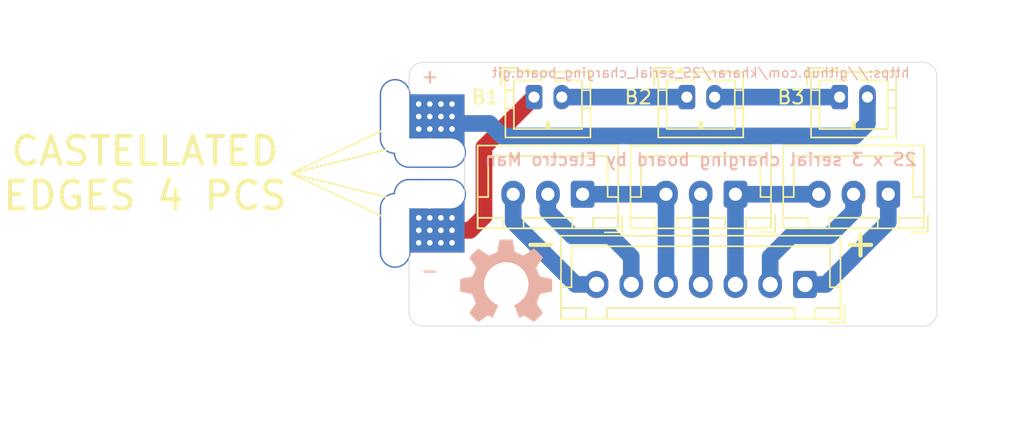
<source format=kicad_pcb>
(kicad_pcb (version 20211014) (generator pcbnew)
  (title_block (title "2S_serial_charging_board") (date "2020-09-06") (rev "1") (company "Electro Man"))
  (layers (0 "F.Cu" signal) (31 "B.Cu" signal) (34 "B.Paste" user) (35 "F.Paste" user) (36 "B.SilkS" user "B.Silkscreen") (37 "F.SilkS" user "F.Silkscreen") (38 "B.Mask" user) (39 "F.Mask" user) (44 "Edge.Cuts" user))
  (net 0 "")
  (net 1 "Net-(J1-Pad3)")
  (net 2 "Net-(J1-Pad2)")
  (net 3 "Net-(J1-Pad1)")
  (net 4 "Net-(J2-Pad3)")
  (net 5 "Net-(J2-Pad2)")
  (net 6 "Net-(J3-Pad3)")
  (net 7 "Net-(J3-Pad2)")
  (net 8 "Net-(J5-Pad2)")
  (net 9 "Net-(J5-Pad1)")
  (net 10 "Net-(J6-Pad2)")
  (net 11 "Net-(J7-Pad2)")
  (footprint "XT60F_edge:JST_XH_B3B-XH-A_1x03_P2.50mm_Vertical" (layer "F.Cu") (at 126.5 110.5 180)
    (fp_text reference "J1" hide)
    (fp_text value "JST-XH3")
    (fp_line (start 5.75 -1.7) (end 7.55 -1.7) (layer "F.SilkS") (width 0.12))
    (fp_line (start 5.75 -2.45) (end 5.75 -1.7) (layer "F.SilkS") (width 0.12))
    (fp_line (start 7.55 -1.7) (end 7.55 -2.45) (layer "F.SilkS") (width 0.12))
    (fp_line (start -1.6 -2.75) (end -2.85 -2.75) (layer "F.SilkS") (width 0.12))
    (fp_line (start 6.8 -0.2) (end 6.8 2.75) (layer "F.SilkS") (width 0.12))
    (fp_line (start -1.8 -0.2) (end -1.8 2.75) (layer "F.SilkS") (width 0.12))
    (fp_line (start -2.56 -2.46) (end -2.56 3.51) (layer "F.SilkS") (width 0.12))
    (fp_line (start -2.55 -0.2) (end -1.8 -0.2) (layer "F.SilkS") (width 0.12))
    (fp_line (start 0.75 -2.45) (end 0.75 -1.7) (layer "F.SilkS") (width 0.12))
    (fp_line (start -0.75 -1.7) (end -0.75 -2.45) (layer "F.SilkS") (width 0.12))
    (fp_line (start -0.75 -2.45) (end -2.55 -2.45) (layer "F.SilkS") (width 0.12))
    (fp_line (start 0.75 -1.7) (end 4.25 -1.7) (layer "F.SilkS") (width 0.12))
    (fp_line (start -2.55 -1.7) (end -0.75 -1.7) (layer "F.SilkS") (width 0.12))
    (fp_line (start 7.55 -2.45) (end 5.75 -2.45) (layer "F.SilkS") (width 0.12))
    (fp_line (start 6.8 2.75) (end 2.5 2.75) (layer "F.SilkS") (width 0.12))
    (fp_line (start -2.85 -2.75) (end -2.85 -1.5) (layer "F.SilkS") (width 0.12))
    (fp_line (start 7.56 -2.46) (end -2.56 -2.46) (layer "F.SilkS") (width 0.12))
    (fp_line (start 4.25 -2.45) (end 0.75 -2.45) (layer "F.SilkS") (width 0.12))
    (fp_line (start -2.55 -2.45) (end -2.55 -1.7) (layer "F.SilkS") (width 0.12))
    (fp_line (start -1.8 2.75) (end 2.5 2.75) (layer "F.SilkS") (width 0.12))
    (fp_line (start 7.56 3.51) (end 7.56 -2.46) (layer "F.SilkS") (width 0.12))
    (fp_line (start 7.55 -0.2) (end 6.8 -0.2) (layer "F.SilkS") (width 0.12))
    (fp_line (start -2.56 3.51) (end 7.56 3.51) (layer "F.SilkS") (width 0.12))
    (fp_line (start 4.25 -1.7) (end 4.25 -2.45) (layer "F.SilkS") (width 0.12))
    (pad "1" thru_hole roundrect locked (at 0 0 180) (size 1.7 1.95) (drill 0.95) (layers *.Cu *.Mask) (roundrect_rratio 0.147059) (net 3 "Net-(J1-Pad1)"))
    (pad "2" thru_hole oval locked (at 2.5 0 180) (size 1.7 1.95) (drill 0.95) (layers *.Cu *.Mask) (net 2 "Net-(J1-Pad2)"))
    (pad "3" thru_hole oval locked (at 5 0 180) (size 1.7 1.95) (drill 0.95) (layers *.Cu *.Mask) (net 1 "Net-(J1-Pad3)"))
  )
  (footprint "XT60F_edge:JST_XH_B3B-XH-A_1x03_P2.50mm_Vertical" (layer "F.Cu") (at 104.5 110.5 180)
    (fp_text reference "J3" hide)
    (fp_text value "JST-XH3")
    (fp_line (start 7.55 -0.2) (end 6.8 -0.2) (layer "F.SilkS") (width 0.12))
    (fp_line (start 7.55 -2.45) (end 5.75 -2.45) (layer "F.SilkS") (width 0.12))
    (fp_line (start 0.75 -2.45) (end 0.75 -1.7) (layer "F.SilkS") (width 0.12))
    (fp_line (start 7.56 3.51) (end 7.56 -2.46) (layer "F.SilkS") (width 0.12))
    (fp_line (start -0.75 -2.45) (end -2.55 -2.45) (layer "F.SilkS") (width 0.12))
    (fp_line (start 7.56 -2.46) (end -2.56 -2.46) (layer "F.SilkS") (width 0.12))
    (fp_line (start 6.8 2.75) (end 2.5 2.75) (layer "F.SilkS") (width 0.12))
    (fp_line (start -1.6 -2.75) (end -2.85 -2.75) (layer "F.SilkS") (width 0.12))
    (fp_line (start -2.85 -2.75) (end -2.85 -1.5) (layer "F.SilkS") (width 0.12))
    (fp_line (start 6.8 -0.2) (end 6.8 2.75) (layer "F.SilkS") (width 0.12))
    (fp_line (start -2.55 -2.45) (end -2.55 -1.7) (layer "F.SilkS") (width 0.12))
    (fp_line (start -1.8 -0.2) (end -1.8 2.75) (layer "F.SilkS") (width 0.12))
    (fp_line (start 5.75 -1.7) (end 7.55 -1.7) (layer "F.SilkS") (width 0.12))
    (fp_line (start -2.55 -0.2) (end -1.8 -0.2) (layer "F.SilkS") (width 0.12))
    (fp_line (start -2.56 -2.46) (end -2.56 3.51) (layer "F.SilkS") (width 0.12))
    (fp_line (start -2.55 -1.7) (end -0.75 -1.7) (layer "F.SilkS") (width 0.12))
    (fp_line (start -2.56 3.51) (end 7.56 3.51) (layer "F.SilkS") (width 0.12))
    (fp_line (start 5.75 -2.45) (end 5.75 -1.7) (layer "F.SilkS") (width 0.12))
    (fp_line (start 7.55 -1.7) (end 7.55 -2.45) (layer "F.SilkS") (width 0.12))
    (fp_line (start -0.75 -1.7) (end -0.75 -2.45) (layer "F.SilkS") (width 0.12))
    (fp_line (start -1.8 2.75) (end 2.5 2.75) (layer "F.SilkS") (width 0.12))
    (fp_line (start 4.25 -2.45) (end 0.75 -2.45) (layer "F.SilkS") (width 0.12))
    (fp_line (start 0.75 -1.7) (end 4.25 -1.7) (layer "F.SilkS") (width 0.12))
    (fp_line (start 4.25 -1.7) (end 4.25 -2.45) (layer "F.SilkS") (width 0.12))
    (pad "1" thru_hole roundrect locked (at 0 0 180) (size 1.7 1.95) (drill 0.95) (layers *.Cu *.Mask) (roundrect_rratio 0.147059) (net 4 "Net-(J2-Pad3)"))
    (pad "2" thru_hole oval locked (at 2.5 0 180) (size 1.7 1.95) (drill 0.95) (layers *.Cu *.Mask) (net 7 "Net-(J3-Pad2)"))
    (pad "3" thru_hole oval locked (at 5 0 180) (size 1.7 1.95) (drill 0.95) (layers *.Cu *.Mask) (net 6 "Net-(J3-Pad3)"))
  )
  (footprint "XT60F_edge:JST_XH_B7B-XH-A_1x07_P2.50mm_Vertical" (layer "F.Cu") (at 120.5 117 180)
    (fp_text reference "J4" hide)
    (fp_text value "JST-XH7")
    (fp_line (start 0.75 -1.7) (end 14.25 -1.7) (layer "F.SilkS") (width 0.12))
    (fp_line (start 14.25 -1.7) (end 14.25 -2.45) (layer "F.SilkS") (width 0.12))
    (fp_line (start -2.56 3.51) (end 17.56 3.51) (layer "F.SilkS") (width 0.12))
    (fp_line (start -1.6 -2.75) (end -2.85 -2.75) (layer "F.SilkS") (width 0.12))
    (fp_line (start 15.75 -1.7) (end 17.55 -1.7) (layer "F.SilkS") (width 0.12))
    (fp_line (start -2.85 -2.75) (end -2.85 -1.5) (layer "F.SilkS") (width 0.12))
    (fp_line (start -2.55 -2.45) (end -2.55 -1.7) (layer "F.SilkS") (width 0.12))
    (fp_line (start 15.75 -2.45) (end 15.75 -1.7) (layer "F.SilkS") (width 0.12))
    (fp_line (start 17.56 -2.46) (end -2.56 -2.46) (layer "F.SilkS") (width 0.12))
    (fp_line (start -1.8 -0.2) (end -1.8 2.75) (layer "F.SilkS") (width 0.12))
    (fp_line (start -0.75 -2.45) (end -2.55 -2.45) (layer "F.SilkS") (width 0.12))
    (fp_line (start -2.55 -0.2) (end -1.8 -0.2) (layer "F.SilkS") (width 0.12))
    (fp_line (start -2.55 -1.7) (end -0.75 -1.7) (layer "F.SilkS") (width 0.12))
    (fp_line (start 16.8 -0.2) (end 16.8 2.75) (layer "F.SilkS") (width 0.12))
    (fp_line (start 17.56 3.51) (end 17.56 -2.46) (layer "F.SilkS") (width 0.12))
    (fp_line (start -1.8 2.75) (end 7.5 2.75) (layer "F.SilkS") (width 0.12))
    (fp_line (start -0.75 -1.7) (end -0.75 -2.45) (layer "F.SilkS") (width 0.12))
    (fp_line (start 17.55 -1.7) (end 17.55 -2.45) (layer "F.SilkS") (width 0.12))
    (fp_line (start 16.8 2.75) (end 7.5 2.75) (layer "F.SilkS") (width 0.12))
    (fp_line (start 17.55 -0.2) (end 16.8 -0.2) (layer "F.SilkS") (width 0.12))
    (fp_line (start 0.75 -2.45) (end 0.75 -1.7) (layer "F.SilkS") (width 0.12))
    (fp_line (start -2.56 -2.46) (end -2.56 3.51) (layer "F.SilkS") (width 0.12))
    (fp_line (start 17.55 -2.45) (end 15.75 -2.45) (layer "F.SilkS") (width 0.12))
    (fp_line (start 14.25 -2.45) (end 0.75 -2.45) (layer "F.SilkS") (width 0.12))
    (pad "1" thru_hole roundrect locked (at 0 0 180) (size 1.7 1.95) (drill 1.1) (layers *.Cu *.Mask) (roundrect_rratio 0.147) (net 3 "Net-(J1-Pad1)"))
    (pad "2" thru_hole oval locked (at 2.5 0 180) (size 1.7 1.95) (drill 1.1) (layers *.Cu *.Mask) (net 2 "Net-(J1-Pad2)"))
    (pad "3" thru_hole oval locked (at 5 0 180) (size 1.7 1.95) (drill 1.1) (layers *.Cu *.Mask) (net 1 "Net-(J1-Pad3)"))
    (pad "4" thru_hole oval locked (at 7.5 0 180) (size 1.7 1.95) (drill 1.1) (layers *.Cu *.Mask) (net 5 "Net-(J2-Pad2)"))
    (pad "5" thru_hole oval locked (at 10 0 180) (size 1.7 1.95) (drill 1.1) (layers *.Cu *.Mask) (net 4 "Net-(J2-Pad3)"))
    (pad "6" thru_hole oval locked (at 12.5 0 180) (size 1.7 1.95) (drill 1.1) (layers *.Cu *.Mask) (net 7 "Net-(J3-Pad2)"))
    (pad "7" thru_hole oval locked (at 15 0 180) (size 1.7 1.95) (drill 1.1) (layers *.Cu *.Mask) (net 6 "Net-(J3-Pad3)"))
  )
  (footprint "XT60F_edge:JST_PH_B2B-PH-K_1x02_P2.00mm_Vertical" (layer "F.Cu") (at 101 103.5)
    (fp_text reference "J5" hide)
    (fp_text value "JST-PH2")
    (fp_line (start 4.06 -1.81) (end -2.06 -1.81) (layer "F.SilkS") (width 0.12))
    (fp_line (start 0.5 -1.2) (end -1.45 -1.2) (layer "F.SilkS") (width 0.12))
    (fp_line (start -0.6 -2.01) (end -0.6 -1.81) (layer "F.SilkS") (width 0.12))
    (fp_line (start 0.9 2.3) (end 0.9 1.8) (layer "F.SilkS") (width 0.12))
    (fp_line (start -2.36 -2.11) (end -2.36 -0.86) (layer "F.SilkS") (width 0.12))
    (fp_line (start -1.45 2.3) (end 3.45 2.3) (layer "F.SilkS") (width 0.12))
    (fp_line (start -1.11 -2.11) (end -2.36 -2.11) (layer "F.SilkS") (width 0.12))
    (fp_line (start 4.06 -0.5) (end 3.45 -0.5) (layer "F.SilkS") (width 0.12))
    (fp_line (start -0.3 -1.81) (end -0.3 -2.01) (layer "F.SilkS") (width 0.12))
    (fp_line (start 1.1 1.8) (end 1.1 2.3) (layer "F.SilkS") (width 0.12))
    (fp_line (start 0.9 1.8) (end 1.1 1.8) (layer "F.SilkS") (width 0.12))
    (fp_line (start -2.06 0.8) (end -1.45 0.8) (layer "F.SilkS") (width 0.12))
    (fp_line (start -0.3 -1.91) (end -0.6 -1.91) (layer "F.SilkS") (width 0.12))
    (fp_line (start 3.45 2.3) (end 3.45 -1.2) (layer "F.SilkS") (width 0.12))
    (fp_line (start -0.3 -2.01) (end -0.6 -2.01) (layer "F.SilkS") (width 0.12))
    (fp_line (start 1.5 -1.2) (end 1.5 -1.81) (layer "F.SilkS") (width 0.12))
    (fp_line (start 3.45 -1.2) (end 1.5 -1.2) (layer "F.SilkS") (width 0.12))
    (fp_line (start -2.06 2.91) (end 4.06 2.91) (layer "F.SilkS") (width 0.12))
    (fp_line (start 4.06 0.8) (end 3.45 0.8) (layer "F.SilkS") (width 0.12))
    (fp_line (start 1 2.3) (end 1 1.8) (layer "F.SilkS") (width 0.12))
    (fp_line (start 0.5 -1.81) (end 0.5 -1.2) (layer "F.SilkS") (width 0.12))
    (fp_line (start -2.06 -0.5) (end -1.45 -0.5) (layer "F.SilkS") (width 0.12))
    (fp_line (start -1.45 -1.2) (end -1.45 2.3) (layer "F.SilkS") (width 0.12))
    (fp_line (start 4.06 2.91) (end 4.06 -1.81) (layer "F.SilkS") (width 0.12))
    (fp_line (start -2.06 -1.81) (end -2.06 2.91) (layer "F.SilkS") (width 0.12))
    (pad "1" thru_hole roundrect locked (at 0 0) (size 1.2 1.75) (drill 0.8) (layers *.Cu *.Mask) (roundrect_rratio 0.208) (net 9 "Net-(J5-Pad1)"))
    (pad "2" thru_hole oval locked (at 2 0) (size 1.2 1.75) (drill 0.8) (layers *.Cu *.Mask) (net 8 "Net-(J5-Pad2)"))
  )
  (footprint "XT60F_edge:JST_PH_B2B-PH-K_1x02_P2.00mm_Vertical" (layer "F.Cu") (at 112 103.5)
    (fp_text reference "J6" hide)
    (fp_text value "JST-PH2")
    (fp_line (start -0.3 -1.91) (end -0.6 -1.91) (layer "F.SilkS") (width 0.12))
    (fp_line (start 4.06 -0.5) (end 3.45 -0.5) (layer "F.SilkS") (width 0.12))
    (fp_line (start -1.45 -1.2) (end -1.45 2.3) (layer "F.SilkS") (width 0.12))
    (fp_line (start 4.06 2.91) (end 4.06 -1.81) (layer "F.SilkS") (width 0.12))
    (fp_line (start 1.5 -1.2) (end 1.5 -1.81) (layer "F.SilkS") (width 0.12))
    (fp_line (start -2.06 2.91) (end 4.06 2.91) (layer "F.SilkS") (width 0.12))
    (fp_line (start -1.45 2.3) (end 3.45 2.3) (layer "F.SilkS") (width 0.12))
    (fp_line (start 3.45 2.3) (end 3.45 -1.2) (layer "F.SilkS") (width 0.12))
    (fp_line (start -2.06 -1.81) (end -2.06 2.91) (layer "F.SilkS") (width 0.12))
    (fp_line (start 0.9 2.3) (end 0.9 1.8) (layer "F.SilkS") (width 0.12))
    (fp_line (start 4.06 0.8) (end 3.45 0.8) (layer "F.SilkS") (width 0.12))
    (fp_line (start -2.36 -2.11) (end -2.36 -0.86) (layer "F.SilkS") (width 0.12))
    (fp_line (start 0.5 -1.2) (end -1.45 -1.2) (layer "F.SilkS") (width 0.12))
    (fp_line (start 3.45 -1.2) (end 1.5 -1.2) (layer "F.SilkS") (width 0.12))
    (fp_line (start -2.06 -0.5) (end -1.45 -0.5) (layer "F.SilkS") (width 0.12))
    (fp_line (start 0.5 -1.81) (end 0.5 -1.2) (layer "F.SilkS") (width 0.12))
    (fp_line (start -1.11 -2.11) (end -2.36 -2.11) (layer "F.SilkS") (width 0.12))
    (fp_line (start 1 2.3) (end 1 1.8) (layer "F.SilkS") (width 0.12))
    (fp_line (start 1.1 1.8) (end 1.1 2.3) (layer "F.SilkS") (width 0.12))
    (fp_line (start -2.06 0.8) (end -1.45 0.8) (layer "F.SilkS") (width 0.12))
    (fp_line (start 4.06 -1.81) (end -2.06 -1.81) (layer "F.SilkS") (width 0.12))
    (fp_line (start -0.3 -1.81) (end -0.3 -2.01) (layer "F.SilkS") (width 0.12))
    (fp_line (start 0.9 1.8) (end 1.1 1.8) (layer "F.SilkS") (width 0.12))
    (fp_line (start -0.6 -2.01) (end -0.6 -1.81) (layer "F.SilkS") (width 0.12))
    (fp_line (start -0.3 -2.01) (end -0.6 -2.01) (layer "F.SilkS") (width 0.12))
    (pad "1" thru_hole roundrect locked (at 0 0) (size 1.2 1.75) (drill 0.8) (layers *.Cu *.Mask) (roundrect_rratio 0.208) (net 8 "Net-(J5-Pad2)"))
    (pad "2" thru_hole oval locked (at 2 0) (size 1.2 1.75) (drill 0.8) (layers *.Cu *.Mask) (net 10 "Net-(J6-Pad2)"))
  )
  (footprint "XT60F_edge:JST_PH_B2B-PH-K_1x02_P2.00mm_Vertical" (layer "F.Cu") (at 123 103.5)
    (fp_text reference "J7" hide)
    (fp_text value "JST-PH2")
    (fp_line (start -0.6 -2.01) (end -0.6 -1.81) (layer "F.SilkS") (width 0.12))
    (fp_line (start -0.3 -2.01) (end -0.6 -2.01) (layer "F.SilkS") (width 0.12))
    (fp_line (start -2.36 -2.11) (end -2.36 -0.86) (layer "F.SilkS") (width 0.12))
    (fp_line (start 4.06 2.91) (end 4.06 -1.81) (layer "F.SilkS") (width 0.12))
    (fp_line (start -1.45 -1.2) (end -1.45 2.3) (layer "F.SilkS") (width 0.12))
    (fp_line (start -2.06 -1.81) (end -2.06 2.91) (layer "F.SilkS") (width 0.12))
    (fp_line (start -1.11 -2.11) (end -2.36 -2.11) (layer "F.SilkS") (width 0.12))
    (fp_line (start -2.06 0.8) (end -1.45 0.8) (layer "F.SilkS") (width 0.12))
    (fp_line (start 0.9 2.3) (end 0.9 1.8) (layer "F.SilkS") (width 0.12))
    (fp_line (start 3.45 -1.2) (end 1.5 -1.2) (layer "F.SilkS") (width 0.12))
    (fp_line (start 1 2.3) (end 1 1.8) (layer "F.SilkS") (width 0.12))
    (fp_line (start 4.06 0.8) (end 3.45 0.8) (layer "F.SilkS") (width 0.12))
    (fp_line (start -1.45 2.3) (end 3.45 2.3) (layer "F.SilkS") (width 0.12))
    (fp_line (start 1.1 1.8) (end 1.1 2.3) (layer "F.SilkS") (width 0.12))
    (fp_line (start -2.06 -0.5) (end -1.45 -0.5) (layer "F.SilkS") (width 0.12))
    (fp_line (start 3.45 2.3) (end 3.45 -1.2) (layer "F.SilkS") (width 0.12))
    (fp_line (start -2.06 2.91) (end 4.06 2.91) (layer "F.SilkS") (width 0.12))
    (fp_line (start 1.5 -1.2) (end 1.5 -1.81) (layer "F.SilkS") (width 0.12))
    (fp_line (start 4.06 -0.5) (end 3.45 -0.5) (layer "F.SilkS") (width 0.12))
    (fp_line (start -0.3 -1.81) (end -0.3 -2.01) (layer "F.SilkS") (width 0.12))
    (fp_line (start 0.5 -1.2) (end -1.45 -1.2) (layer "F.SilkS") (width 0.12))
    (fp_line (start 0.5 -1.81) (end 0.5 -1.2) (layer "F.SilkS") (width 0.12))
    (fp_line (start 4.06 -1.81) (end -2.06 -1.81) (layer "F.SilkS") (width 0.12))
    (fp_line (start 0.9 1.8) (end 1.1 1.8) (layer "F.SilkS") (width 0.12))
    (fp_line (start -0.3 -1.91) (end -0.6 -1.91) (layer "F.SilkS") (width 0.12))
    (pad "1" thru_hole roundrect locked (at 0 0) (size 1.2 1.75) (drill 0.8) (layers *.Cu *.Mask) (roundrect_rratio 0.208) (net 10 "Net-(J6-Pad2)"))
    (pad "2" thru_hole oval locked (at 2 0) (size 1.2 1.75) (drill 0.8) (layers *.Cu *.Mask) (net 11 "Net-(J7-Pad2)"))
  )
  (footprint "XT60F_edge:XT60F_edge" (layer "F.Cu") (at 92 109 -90)
    (fp_text reference "J8" hide)
    (fp_text value "Wired XT60" hide)
    (fp_line (start 2.5 0) (end 2.5 -3) (layer "Edge.Cuts") (width 0.05))
    (fp_line (start -1.5 -4) (end 1.5 -4) (layer "Edge.Cuts") (width 0.05))
    (fp_line (start -2.5 0) (end -7 0) (layer "Edge.Cuts") (width 0.05))
    (fp_line (start 2.5 0) (end 7 0) (layer "Edge.Cuts") (width 0.05))
    (fp_line (start -2.5 0) (end -2.5 -3) (layer "Edge.Cuts") (width 0.05))
    (fp_arc (start -2.5 -3) (mid -2.207107 -3.707107) (end -1.5 -4) (layer "Edge.Cuts") (width 0.05))
    (fp_arc (start 1.5 -4) (mid 2.207107 -3.707107) (end 2.5 -3) (layer "Edge.Cuts") (width 0.05))
    (pad "1" thru_hole oval locked (at -1.5 -1.5 270) (size 2.2 5.2) (drill oval 2 5) (layers *.Cu *.Mask) (net 11 "Net-(J7-Pad2)"))
    (pad "1" connect rect locked (at -3.6 -2 270) (size 4.2 4) (layers *.Mask "B.Cu") (net 11 "Net-(J7-Pad2)"))
    (pad "1" thru_hole circle locked (at -4.1 -3.1 270) (size 0.6 0.6) (drill 0.4) (layers *.Cu *.Mask) (net 11 "Net-(J7-Pad2)"))
    (pad "1" thru_hole circle locked (at -4.1 -2.3 270) (size 0.6 0.6) (drill 0.4) (layers *.Cu *.Mask) (net 11 "Net-(J7-Pad2)"))
    (pad "1" thru_hole circle locked (at -5 -0.7 270) (size 0.6 0.6) (drill 0.4) (layers *.Cu *.Mask) (net 11 "Net-(J7-Pad2)"))
    (pad "1" thru_hole circle locked (at -5 -1.5 270) (size 0.6 0.6) (drill 0.4) (layers *.Cu *.Mask) (net 11 "Net-(J7-Pad2)"))
    (pad "1" thru_hole circle locked (at -3.2 -1.5 270) (size 0.6 0.6) (drill 0.4) (layers *.Cu *.Mask) (net 11 "Net-(J7-Pad2)"))
    (pad "1" thru_hole circle locked (at -3.2 -3.1 270) (size 0.6 0.6) (drill 0.4) (layers *.Cu *.Mask) (net 11 "Net-(J7-Pad2)"))
    (pad "1" thru_hole circle locked (at -5 -2.3 270) (size 0.6 0.6) (drill 0.4) (layers *.Cu *.Mask) (net 11 "Net-(J7-Pad2)"))
    (pad "1" thru_hole circle locked (at -5 -3.1 270) (size 0.6 0.6) (drill 0.4) (layers *.Cu *.Mask) (net 11 "Net-(J7-Pad2)"))
    (pad "1" thru_hole oval locked (at -4.1 1 270) (size 5.4 2.2) (drill oval 5.2 2) (layers *.Cu *.Mask) (net 11 "Net-(J7-Pad2)"))
    (pad "1" connect rect locked (at -3.6 -2 270) (size 4.2 4) (layers "F.Cu" "F.Mask") (net 11 "Net-(J7-Pad2)"))
    (pad "1" thru_hole circle locked (at -3.2 -0.7 270) (size 0.6 0.6) (drill 0.4) (layers *.Cu *.Mask) (net 11 "Net-(J7-Pad2)"))
    (pad "1" thru_hole circle locked (at -4.1 -1.5 270) (size 0.6 0.6) (drill 0.4) (layers *.Cu *.Mask) (net 11 "Net-(J7-Pad2)"))
    (pad "1" thru_hole circle locked (at -3.2 -2.3 270) (size 0.6 0.6) (drill 0.4) (layers *.Cu *.Mask) (net 11 "Net-(J7-Pad2)"))
    (pad "1" thru_hole circle locked (at -4.1 -0.7 270) (size 0.6 0.6) (drill 0.4) (layers *.Cu *.Mask) (net 11 "Net-(J7-Pad2)"))
    (pad "2" thru_hole circle locked (at 3.2 -3.1 270) (size 0.6 0.6) (drill 0.4) (layers *.Cu *.Mask) (net 9 "Net-(J5-Pad1)"))
    (pad "2" thru_hole circle locked (at 4.1 -2.3 270) (size 0.6 0.6) (drill 0.4) (layers *.Cu *.Mask) (net 9 "Net-(J5-Pad1)"))
    (pad "2" connect rect locked (at 3.6 -2 270) (size 4.2 4) (layers *.Mask "B.Cu") (net 9 "Net-(J5-Pad1)"))
    (pad "2" thru_hole circle locked (at 4.1 -3.1 270) (size 0.6 0.6) (drill 0.4) (layers *.Cu *.Mask) (net 9 "Net-(J5-Pad1)"))
    (pad "2" thru_hole circle locked (at 4.1 -0.7 270) (size 0.6 0.6) (drill 0.4) (layers *.Cu *.Mask) (net 9 "Net-(J5-Pad1)"))
    (pad "2" thru_hole circle locked (at 5 -2.3 270) (size 0.6 0.6) (drill 0.4) (layers *.Cu *.Mask) (net 9 "Net-(J5-Pad1)"))
    (pad "2" thru_hole circle locked (at 3.2 -0.7 270) (size 0.6 0.6) (drill 0.4) (layers *.Cu *.Mask) (net 9 "Net-(J5-Pad1)"))
    (pad "2" thru_hole circle locked (at 4.1 -1.5 270) (size 0.6 0.6) (drill 0.4) (layers *.Cu *.Mask) (net 9 "Net-(J5-Pad1)"))
    (pad "2" thru_hole circle locked (at 5 -0.7 270) (size 0.6 0.6) (drill 0.4) (layers *.Cu *.Mask) (net 9 "Net-(J5-Pad1)"))
    (pad "2" thru_hole circle locked (at 3.2 -2.3 270) (size 0.6 0.6) (drill 0.4) (layers *.Cu *.Mask) (net 9 "Net-(J5-Pad1)"))
    (pad "2" thru_hole circle locked (at 5 -1.5 270) (size 0.6 0.6) (drill 0.4) (layers *.Cu *.Mask) (net 9 "Net-(J5-Pad1)"))
    (pad "2" thru_hole oval locked (at 4.1 1 270) (size 5.4 2.2) (drill oval 5.2 2) (layers *.Cu *.Mask) (net 9 "Net-(J5-Pad1)"))
    (pad "2" connect rect locked (at 3.6 -2 270) (size 4.2 4) (layers "F.Cu" "F.Mask") (net 9 "Net-(J5-Pad1)"))
    (pad "2" thru_hole circle locked (at 3.2 -1.5 270) (size 0.6 0.6) (drill 0.4) (layers *.Cu *.Mask) (net 9 "Net-(J5-Pad1)"))
    (pad "2" thru_hole oval locked (at 1.5 -1.5 270) (size 2.2 5.2) (drill oval 2 5) (layers *.Cu *.Mask) (net 9 "Net-(J5-Pad1)"))
    (pad "2" thru_hole circle locked (at 5 -3.1 270) (size 0.6 0.6) (drill 0.4) (layers *.Cu *.Mask) (net 9 "Net-(J5-Pad1)"))
  )
  (footprint "XT60F_edge:JST_XH_B3B-XH-A_1x03_P2.50mm_Vertical" (layer "F.Cu") (at 115.5 110.5 180)
    (fp_text reference "J2" hide)
    (fp_text value "JST-XH3")
    (fp_line (start 4.25 -2.45) (end 0.75 -2.45) (layer "F.SilkS") (width 0.12))
    (fp_line (start 7.55 -2.45) (end 5.75 -2.45) (layer "F.SilkS") (width 0.12))
    (fp_line (start -2.55 -0.2) (end -1.8 -0.2) (layer "F.SilkS") (width 0.12))
    (fp_line (start -2.85 -2.75) (end -2.85 -1.5) (layer "F.SilkS") (width 0.12))
    (fp_line (start -1.8 2.75) (end 2.5 2.75) (layer "F.SilkS") (width 0.12))
    (fp_line (start 7.56 3.51) (end 7.56 -2.46) (layer "F.SilkS") (width 0.12))
    (fp_line (start -0.75 -2.45) (end -2.55 -2.45) (layer "F.SilkS") (width 0.12))
    (fp_line (start 0.75 -2.45) (end 0.75 -1.7) (layer "F.SilkS") (width 0.12))
    (fp_line (start 4.25 -1.7) (end 4.25 -2.45) (layer "F.SilkS") (width 0.12))
    (fp_line (start 6.8 -0.2) (end 6.8 2.75) (layer "F.SilkS") (width 0.12))
    (fp_line (start 5.75 -2.45) (end 5.75 -1.7) (layer "F.SilkS") (width 0.12))
    (fp_line (start -2.55 -1.7) (end -0.75 -1.7) (layer "F.SilkS") (width 0.12))
    (fp_line (start -0.75 -1.7) (end -0.75 -2.45) (layer "F.SilkS") (width 0.12))
    (fp_line (start 6.8 2.75) (end 2.5 2.75) (layer "F.SilkS") (width 0.12))
    (fp_line (start 7.55 -0.2) (end 6.8 -0.2) (layer "F.SilkS") (width 0.12))
    (fp_line (start -2.56 3.51) (end 7.56 3.51) (layer "F.SilkS") (width 0.12))
    (fp_line (start 7.56 -2.46) (end -2.56 -2.46) (layer "F.SilkS") (width 0.12))
    (fp_line (start -1.6 -2.75) (end -2.85 -2.75) (layer "F.SilkS") (width 0.12))
    (fp_line (start -2.56 -2.46) (end -2.56 3.51) (layer "F.SilkS") (width 0.12))
    (fp_line (start 0.75 -1.7) (end 4.25 -1.7) (layer "F.SilkS") (width 0.12))
    (fp_line (start 7.55 -1.7) (end 7.55 -2.45) (layer "F.SilkS") (width 0.12))
    (fp_line (start -2.55 -2.45) (end -2.55 -1.7) (layer "F.SilkS") (width 0.12))
    (fp_line (start 5.75 -1.7) (end 7.55 -1.7) (layer "F.SilkS") (width 0.12))
    (fp_line (start -1.8 -0.2) (end -1.8 2.75) (layer "F.SilkS") (width 0.12))
    (pad "1" thru_hole roundrect locked (at 0 0 180) (size 1.7 1.95) (drill 0.95) (layers *.Cu *.Mask) (roundrect_rratio 0.147059) (net 1 "Net-(J1-Pad3)"))
    (pad "2" thru_hole oval locked (at 2.5 0 180) (size 1.7 1.95) (drill 0.95) (layers *.Cu *.Mask) (net 5 "Net-(J2-Pad2)"))
    (pad "3" thru_hole oval locked (at 5 0 180) (size 1.7 1.95) (drill 0.95) (layers *.Cu *.Mask) (net 4 "Net-(J2-Pad3)"))
  )
  (footprint "MountingHole:MountingHole_3.2mm_M3" (layer "F.Cu") (at 127 117)
    (fp_text reference "H2" hide)
    (fp_text value "MountingHole")
    (pad "" np_thru_hole circle locked (at 0 0) (size 3.2 3.2) (drill 3.2) (layers *.Cu *.Mask))
  )
  (footprint "MountingHole:MountingHole_3.2mm_M3" (layer "F.Cu") (at 99 117)
    (fp_text reference "H1" hide)
    (fp_text value "MountingHole")
    (pad "" np_thru_hole circle locked (at 0 0) (size 3.2 3.2) (drill 3.2) (layers *.Cu *.Mask))
  )
  (footprint "Symbol:OSHW-Symbol_6.7x6mm_SilkScreen" (layer "B.Cu") (at 99 116.75 180)
    (fp_text reference "REF**" hide)
    (fp_text value "OSHW-Symbol_6.7x6mm_SilkScreen" hide)
    (fp_poly (pts (xy 0.555814 2.531069) (xy 0.639635 2.086445) (xy 0.94892 1.958947) (xy 1.258206 1.831449) (xy 1.629246 2.083754) (xy 1.733157 2.154004) (xy 1.827087 2.216728) (xy 1.906652 2.269062) (xy 1.96747 2.308143) (xy 2.005157 2.331107) (xy 2.015421 2.336058) (xy 2.03391 2.323324) (xy 2.07342 2.288118) (xy 2.129522 2.234938) (xy 2.197787 2.168282) (xy 2.273786 2.092646) (xy 2.353092 2.012528) (xy 2.431275 1.932426) (xy 2.503907 1.856836) (xy 2.566559 1.790255) (xy 2.614803 1.737182) (xy 2.64421 1.702113) (xy 2.651241 1.690377) (xy 2.641123 1.66874) (xy 2.612759 1.621338) (xy 2.569129 1.552807) (xy 2.513218 1.467785) (xy 2.448006 1.370907) (xy 2.410219 1.31565) (xy 2.341343 1.214752) (xy 2.28014 1.123701) (xy 2.229578 1.04703) (xy 2.192628 0.989272) (xy 2.172258 0.954957) (xy 2.169197 0.947746) (xy 2.176136 0.927252) (xy 2.195051 0.879487) (xy 2.223087 0.811168) (xy 2.257391 0.729011) (xy 2.295109 0.63973) (xy 2.333387 0.550042) (xy 2.36937 0.466662) (xy 2.400206 0.396306) (xy 2.423039 0.34569) (xy 2.435017 0.321529) (xy 2.435724 0.320578) (xy 2.454531 0.315964) (xy 2.504618 0.305672) (xy 2.580793 0.290713) (xy 2.677865 0.272099) (xy 2.790643 0.250841) (xy 2.856442 0.238582) (xy 2.97695 0.215638) (xy 3.085797 0.193805) (xy 3.177476 0.174278) (xy 3.246481 0.158252) (xy 3.287304 0.146921) (xy 3.295511 0.143326) (xy 3.303548 0.118994) (xy 3.310033 0.064041) (xy 3.31497 -0.015108) (xy 3.318364 -0.112026) (xy 3.320218 -0.220287) (xy 3.320538 -0.333465) (xy 3.319327 -0.445135) (xy 3.31659 -0.548868) (xy 3.312331 -0.638241) (xy 3.306555 -0.706826) (xy 3.299267 -0.748197) (xy 3.294895 -0.75681) (xy 3.268764 -0.767133) (xy 3.213393 -0.781892) (xy 3.136107 -0.799352) (xy 3.04423 -0.81778) (xy 3.012158 -0.823741) (xy 2.857524 -0.852066) (xy 2.735375 -0.874876) (xy 2.641673 -0.89308) (xy 2.572384 -0.907583) (xy 2.523471 -0.919292) (xy 2.490897 -0.929115) (xy 2.470628 -0.937956) (xy 2.458626 -0.946724) (xy 2.456947 -0.948457) (xy 2.440184 -0.976371) (xy 2.414614 -1.030695) (xy 2.382788 -1.104777) (xy 2.34726 -1.191965) (xy 2.310583 -1.285608) (xy 2.275311 -1.379052) (xy 2.243996 -1.465647) (xy 2.219193 -1.53874) (xy 2.203454 -1.591678) (xy 2.199332 -1.617811) (xy 2.199676 -1.618726) (xy 2.213641 -1.640086) (xy 2.245322 -1.687084) (xy 2.291391 -1.754827) (xy 2.348518 -1.838423) (xy 2.413373 -1.932982) (xy 2.431843 -1.959854) (xy 2.497699 -2.057275) (xy 2.55565 -2.146163) (xy 2.602538 -2.221412) (xy 2.635207 -2.27792) (xy 2.6505 -2.310581) (xy 2.651241 -2.314593) (xy 2.638392 -2.335684) (xy 2.602888 -2.377464) (xy 2.549293 -2.435445) (xy 2.482171 -2.505135) (xy 2.406087 -2.582045) (xy 2.325604 -2.661683) (xy 2.245287 -2.739561) (xy 2.169699 -2.811186) (xy 2.103405 -2.87207) (xy 2.050969 -2.917721) (xy 2.016955 -2.94365) (xy 2.007545 -2.947883) (xy 1.985643 -2.937912) (xy 1.9408 -2.91102) (xy 1.880321 -2.871736) (xy 1.833789 -2.840117) (xy 1.749475 -2.782098) (xy 1.649626 -2.713784) (xy 1.549473 -2.645579) (xy 1.495627 -2.609075) (xy 1.313371 -2.4858) (xy 1.160381 -2.56852) (xy 1.090682 -2.604759) (xy 1.031414 -2.632926) (xy 0.991311 -2.648991) (xy 0.981103 -2.651226) (xy 0.968829 -2.634722) (xy 0.944613 -2.588082) (xy 0.910263 -2.515609) (xy 0.867588 -2.421606) (xy 0.818394 -2.310374) (xy 0.76449 -2.186215) (xy 0.707684 -2.053432) (xy 0.649782 -1.916327) (xy 0.592593 -1.779202) (xy 0.537924 -1.646358) (xy 0.487584 -1.522098) (xy 0.44338 -1.410725) (xy 0.407119 -1.316539) (xy 0.380609 -1.243844) (xy 0.365658 -1.196941) (xy 0.363254 -1.180833) (xy 0.382311 -1.160286) (xy 0.424036 -1.126933) (xy 0.479706 -1.087702) (xy 0.484378 -1.084599) (xy 0.628264 -0.969423) (xy 0.744283 -0.835053) (xy 0.83143 -0.685784) (xy 0.888699 -0.525913) (xy 0.915086 -0.359737) (xy 0.909585 -0.191552) (xy 0.87119 -0.025655) (xy 0.798895 0.133658) (xy 0.777626 0.168513) (xy 0.666996 0.309263) (xy 0.536302 0.422286) (xy 0.390064 0.506997) (xy 0.232808 0.562806) (xy 0.069057 0.589126) (xy -0.096667 0.58537) (xy -0.259838 0.55095) (xy -0.415935 0.485277) (xy -0.560433 0.387765) (xy -0.605131 0.348187) (xy -0.718888 0.224297) (xy -0.801782 0.093876) (xy -0.858644 -0.052315) (xy -0.890313 -0.197088) (xy -0.898131 -0.35986) (xy -0.872062 -0.52344) (xy -0.814755 -0.682298) (xy -0.728856 -0.830906) (xy -0.617014 -0.963735) (xy -0.481877 -1.075256) (xy -0.464117 -1.087011) (xy -0.40785 -1.125508) (xy -0.365077 -1.158863) (xy -0.344628 -1.18016) (xy -0.344331 -1.180833) (xy -0.348721 -1.203871) (xy -0.366124 -1.256157) (xy -0.394732 -1.33339) (xy -0.432735 -1.431268) (xy -0.478326 -1.545491) (xy -0.529697 -1.671758) (xy -0.585038 -1.805767) (xy -0.642542 -1.943218) (xy -0.700399 -2.079808) (xy -0.756802 -2.211237) (xy -0.809942 -2.333205) (xy -0.85801 -2.441409) (xy -0.899199 -2.531549) (xy -0.931699 -2.599323) (xy -0.953703 -2.64043) (xy -0.962564 -2.651226) (xy -0.98964 -2.642819) (xy -1.040303 -2.620272) (xy -1.105817 -2.587613) (xy -1.141841 -2.56852) (xy -1.294832 -2.4858) (xy -1.477088 -2.609075) (xy -1.570125 -2.672228) (xy -1.671985 -2.741727) (xy -1.767438 -2.807165) (xy -1.81525 -2.840117) (xy -1.882495 -2.885273) (xy -1.939436 -2.921057) (xy -1.978646 -2.942938) (xy -1.991381 -2.947563) (xy -2.009917 -2.935085) (xy -2.050941 -2.900252) (xy -2.110475 -2.846678) (xy -2.184542 -2.777983) (xy -2.269165 -2.697781) (xy -2.322685 -2.646286) (xy -2.416319 -2.554286) (xy -2.497241 -2.471999) (xy -2.562177 -2.402945) (xy -2.607858 -2.350644) (xy -2.631011 -2.318616) (xy -2.633232 -2.312116) (xy -2.622924 -2.287394) (xy -2.594439 -2.237405) (xy -2.550937 -2.167212) (xy -2.495577 -2.081875) (xy -2.43152 -1.986456) (xy -2.413303 -1.959854) (xy -2.346927 -1.863167) (xy -2.287378 -1.776117) (xy -2.237984 -1.703595) (xy -2.202075 -1.650493) (xy -2.182981 -1.621703) (xy -2.181136 -1.618726) (xy -2.183895 -1.595782) (xy -2.198538 -1.545336) (xy -2.222513 -1.474041) (xy -2.253266 -1.388547) (xy -2.288244 -1.295507) (xy -2.324893 -1.201574) (xy -2.360661 -1.113399) (xy -2.392994 -1.037634) (xy -2.419338 -0.980931) (xy -2.437142 -0.949943) (xy -2.438407 -0.948457) (xy -2.449294 -0.939601) (xy -2.467682 -0.930843) (xy -2.497606 -0.921277) (xy -2.543103 -0.909996) (xy -2.608209 -0.896093) (xy -2.696961 -0.878663) (xy -2.813393 -0.856798) (xy -2.961542 -0.829591) (xy -2.993618 -0.823741) (xy -3.088686 -0.805374) (xy -3.171565 -0.787405) (xy -3.23493 -0.771569) (xy -3.271458 -0.7596) (xy -3.276356 -0.75681) (xy -3.284427 -0.732072) (xy -3.290987 -0.67679) (xy -3.296033 -0.597389) (xy -3.299559 -0.500296) (xy -3.301561 -0.391938) (xy -3.302036 -0.27874) (xy -3.300977 -0.167128) (xy -3.298382 -0.063529) (xy -3.294246 0.025632) (xy -3.288563 0.093928) (xy -3.281331 0.134934) (xy -3.276971 0.143326) (xy -3.252698 0.151792) (xy -3.197426 0.165565) (xy -3.116662 0.18345) (xy -3.015912 0.204252) (xy -2.900683 0.226777) (xy -2.837902 0.238582) (xy -2.718787 0.260849) (xy -2.612565 0.281021) (xy -2.524427 0.298085) (xy -2.459566 0.311031) (xy -2.423174 0.318845) (xy -2.417184 0.320578) (xy -2.407061 0.34011) (xy -2.385662 0.387157) (xy -2.355839 0.454997) (xy -2.320445 0.536909) (xy -2.282332 0.626172) (xy -2.244353 0.716065) (xy -2.20936 0.799865) (xy -2.180206 0.870853) (xy -2.159743 0.922306) (xy -2.150823 0.947503) (xy -2.150657 0.948604) (xy -2.160769 0.968481) (xy -2.189117 1.014223) (xy -2.232723 1.081283) (xy -2.288606 1.165116) (xy -2.353787 1.261174) (xy -2.391679 1.31635) (xy -2.460725 1.417519) (xy -2.52205 1.50937) (xy -2.572663 1.587256) (xy -2.609571 1.646531) (xy -2.629782 1.682549) (xy -2.632701 1.690623) (xy -2.620153 1.709416) (xy -2.585463 1.749543) (xy -2.533063 1.806507) (xy -2.467384 1.875815) (xy -2.392856 1.952969) (xy -2.313913 2.033475) (xy -2.234983 2.112837) (xy -2.1605 2.18656) (xy -2.094894 2.250148) (xy -2.042596 2.299106) (xy -2.008039 2.328939) (xy -1.996478 2.336058) (xy -1.977654 2.326047) (xy -1.932631 2.297922) (xy -1.865787 2.254546) (xy -1.781499 2.198782) (xy -1.684144 2.133494) (xy -1.610707 2.083754) (xy -1.239667 1.831449) (xy -0.621095 2.086445) (xy -0.537275 2.531069) (xy -0.453454 2.975693) (xy 0.471994 2.975693) (xy 0.555814 2.531069)) (layer "B.SilkS") (width 0.01) (fill solid))
  )
  (gr_line (start 93.5 111.5) (end 83.5 109) (layer "F.SilkS") (width 0.12))
  (gr_line (start 83.5 109) (end 92 105) (layer "F.SilkS") (width 0.12))
  (gr_line (start 83.5 109) (end 93.5 106.5) (layer "F.SilkS") (width 0.12))
  (gr_line (start 83.5 109) (end 92 113) (layer "F.SilkS") (width 0.12))
  (gr_line (start 129 120) (end 93 120) (layer "Edge.Cuts") (width 0.05))
  (gr_line (start 92 119) (end 92 116) (layer "Edge.Cuts") (width 0.05))
  (gr_arc (start 92 102) (mid 92.292893 101.292893) (end 93 101) (layer "Edge.Cuts") (width 0.05))
  (gr_arc (start 130 119) (mid 129.707107 119.707107) (end 129 120) (layer "Edge.Cuts") (width 0.05))
  (gr_line (start 93 101) (end 129 101) (layer "Edge.Cuts") (width 0.05))
  (gr_arc (start 93 120) (mid 92.292893 119.707107) (end 92 119) (layer "Edge.Cuts") (width 0.05))
  (gr_arc (start 129 101) (mid 129.707107 101.292893) (end 130 102) (layer "Edge.Cuts") (width 0.05))
  (gr_line (start 130 102) (end 130 119) (layer "Edge.Cuts") (width 0.05))
  (gr_text "https://github.com/kharar/2S_serial_charging_board.git" (at 113 101.75) (layer "B.SilkS") (effects (font (size 0.7 0.7) (thickness 0.1)) (justify mirror)))
  (gr_text "+" (at 93.5 102) (layer "B.SilkS") (effects (font (size 1 1))))
  (gr_text "-" (at 93.5 116) (layer "B.SilkS") (effects (font (size 1 1))))
  (gr_text "2S x 3 serial charging board by Electro Man" (at 113 108) (layer "B.SilkS") (effects (font (size 0.9 0.9)) (justify mirror)))
  (gr_text "B2" (at 108.5 103.5) (layer "F.SilkS") (effects (font (size 1 1))))
  (gr_text "B1" (at 97.5 103.5) (layer "F.SilkS") (effects (font (size 1 1))))
  (gr_text "+" (at 93.5 102) (layer "F.SilkS") (effects (font (size 1 1))))
  (gr_text "-" (at 93.5 116) (layer "F.SilkS") (effects (font (size 1 1))))
  (gr_text "-" (at 101.5 114) (layer "F.SilkS") (effects (font (size 2 2) (thickness 0.3))))
  (gr_text "+" (at 124.5 114) (layer "F.SilkS") (effects (font (size 2 2) (thickness 0.3))))
  (gr_text "CASTELLATED\nEDGES 4 PCS" (at 73 109) (layer "F.SilkS") (effects (font (size 2 2) (thickness 0.3))))
  (gr_text "B3" (at 119.5 103.5) (layer "F.SilkS") (effects (font (size 1 1))))
  (segment (start 115.5 110.5) (end 115.5 117) (width 1.2) (layer "B.Cu") (net 1))
  (segment (start 115.5 110.5) (end 121.5 110.5) (width 1.2) (layer "B.Cu") (net 1))
  (segment (start 122.25 113.5) (end 119.5 113.5) (width 1.2) (layer "B.Cu") (net 2))
  (segment (start 124 110.5) (end 124 111.75) (width 1.2) (layer "B.Cu") (net 2))
  (segment (start 119.5 113.5) (end 118 115) (width 1.2) (layer "B.Cu") (net 2))
  (segment (start 118 115) (end 118 117) (width 1.2) (layer "B.Cu") (net 2))
  (segment (start 124 111.75) (end 122.25 113.5) (width 1.2) (layer "B.Cu") (net 2))
  (segment (start 122 117) (end 126.5 112.5) (width 1.2) (layer "B.Cu") (net 3))
  (segment (start 126.5 112.5) (end 126.5 110.5) (width 1.2) (layer "B.Cu") (net 3))
  (segment (start 120.5 117) (end 122 117) (width 1.2) (layer "B.Cu") (net 3))
  (segment (start 110.5 110.5) (end 110.5 117) (width 1.2) (layer "B.Cu") (net 4))
  (segment (start 110.5 110.5) (end 104.5 110.5) (width 1.2) (layer "B.Cu") (net 4))
  (segment (start 113 110.5) (end 113 117) (width 1.2) (layer "B.Cu") (net 5))
  (segment (start 104 117) (end 99.5 112.5) (width 1.2) (layer "B.Cu") (net 6))
  (segment (start 99.5 112.5) (end 99.5 110.5) (width 1.2) (layer "B.Cu") (net 6))
  (segment (start 105.5 117) (end 104 117) (width 1.2) (layer "B.Cu") (net 6))
  (segment (start 102 110.5) (end 102 111.75) (width 1.2) (layer "B.Cu") (net 7))
  (segment (start 102 111.75) (end 103.75 113.5) (width 1.2) (layer "B.Cu") (net 7))
  (segment (start 103.75 113.5) (end 106.5 113.5) (width 1.2) (layer "B.Cu") (net 7))
  (segment (start 106.5 113.5) (end 108 115) (width 1.2) (layer "B.Cu") (net 7))
  (segment (start 108 115) (end 108 117) (width 1.2) (layer "B.Cu") (net 7))
  (segment (start 103 103.5) (end 112 103.5) (width 1.2) (layer "B.Cu") (net 8))
  (segment (start 97.4 112.1) (end 97.4 107.1) (width 1.2) (layer "F.Cu") (net 9))
  (segment (start 93.5 113.1) (end 96.4 113.1) (width 1.2) (layer "F.Cu") (net 9))
  (segment (start 97.4 107.1) (end 101 103.5) (width 1.2) (layer "F.Cu") (net 9))
  (segment (start 96.4 113.1) (end 97.4 112.1) (width 1.2) (layer "F.Cu") (net 9))
  (segment (start 114 103.5) (end 123 103.5) (width 1.2) (layer "B.Cu") (net 10))
  (segment (start 125 105.4) (end 124.1 106.3) (width 1.2) (layer "B.Cu") (net 11))
  (segment (start 124.1 106.3) (end 98.700001 106.3) (width 1.2) (layer "B.Cu") (net 11))
  (segment (start 97.800001 105.4) (end 94 105.4) (width 1.2) (layer "B.Cu") (net 11))
  (segment (start 98.700001 106.3) (end 97.800001 105.4) (width 1.2) (layer "B.Cu") (net 11))
  (segment (start 125 103.5) (end 125 105.4) (width 1.2) (layer "B.Cu") (net 11))
)
</source>
